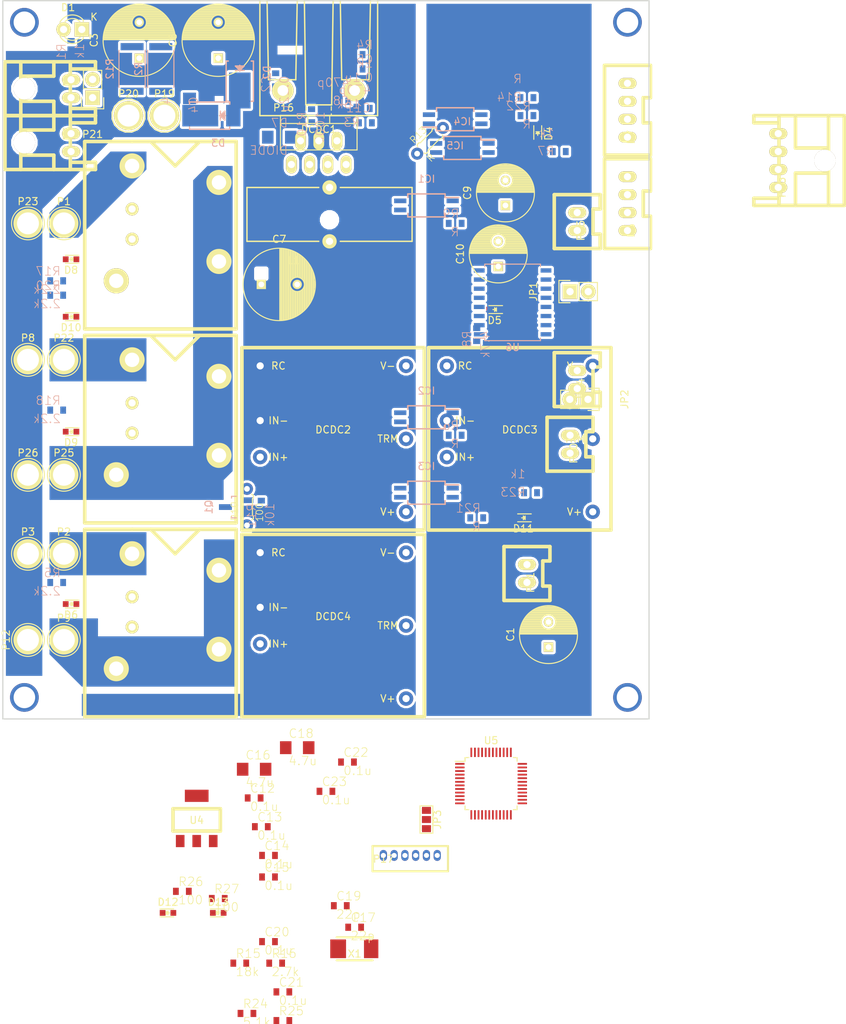
<source format=kicad_pcb>
(kicad_pcb (version 4) (host pcbnew 4.0.5)
  (layers (0 F.Cu signal) (31 B.Cu signal) (34 B.Paste user) (35 F.Paste user) (36 B.SilkS user) (37 F.SilkS user) (38 B.Mask user) (39 F.Mask user) (44 Edge.Cuts user))
  (net 0 "")
  (net 1 GNDPWR)
  (net 2 +BATT)
  (net 3 "Net-(C3-Pad1)")
  (net 4 "Net-(C5-Pad2)")
  (net 5 /5V)
  (net 6 "Net-(D1-Pad2)")
  (net 7 "Net-(D4-Pad2)")
  (net 8 "Net-(D5-Pad2)")
  (net 9 "Net-(IC2-Pad1)")
  (net 10 "Net-(D3-Pad1)")
  (net 11 "Net-(D8-Pad1)")
  (net 12 "Net-(D8-Pad2)")
  (net 13 "Net-(D9-Pad2)")
  (net 14 "Net-(P20-Pad1)")
  (net 15 /15V)
  (net 16 "Net-(IC1-Pad1)")
  (net 17 "Net-(IC1-Pad3)")
  (net 18 "Net-(Q1-PadG)")
  (net 19 "Net-(D10-Pad1)")
  (net 20 "Net-(D10-Pad2)")
  (net 21 "Net-(D11-Pad2)")
  (net 22 "Net-(IC3-Pad1)")
  (net 23 "Net-(IC4-Pad1)")
  (net 24 /POWER_EN_HIGH)
  (net 25 /POWER_EN_LOW)
  (net 26 "Net-(IC1-Pad4)")
  (net 27 /12V_RasPi)
  (net 28 /12V_CAN)
  (net 29 "Net-(D6-Pad1)")
  (net 30 "Net-(D6-Pad2)")
  (net 31 "Net-(P9-Pad1)")
  (net 32 "Net-(IC5-Pad4)")
  (net 33 "Net-(IC2-Pad3)")
  (net 34 "Net-(IC3-Pad3)")
  (net 35 "Net-(P13-Pad3)")
  (net 36 "Net-(C2-Pad1)")
  (net 37 "Net-(C2-Pad2)")
  (net 38 "Net-(C8-Pad1)")
  (net 39 "Net-(C11-Pad1)")
  (net 40 "Net-(DCDC1-Pad6)")
  (net 41 "Net-(IC5-Pad1)")
  (net 42 "Net-(P21-Pad1)")
  (net 43 "Net-(JP1-Pad2)")
  (net 44 "Net-(JP2-Pad2)")
  (net 45 "Net-(P16-Pad1)")
  (net 46 GND)
  (net 47 /3.3V)
  (net 48 "Net-(C17-Pad1)")
  (net 49 "Net-(C19-Pad1)")
  (net 50 /VBATT)
  (net 51 /V15V)
  (net 52 "Net-(D12-Pad2)")
  (net 53 "Net-(D13-Pad2)")
  (net 54 /LED)
  (net 55 /CAN_H)
  (net 56 /CAN_L)
  (net 57 /NRST)
  (net 58 "Net-(JP3-Pad2)")
  (net 59 /SWDCK)
  (net 60 /SWDIO)
  (net 61 /USART1_TX)
  (net 62 /USART1_RX)
  (net 63 /CAN_VSENSE)
  (net 64 /CAN_RX)
  (net 65 /CAN_TX)
  (module Relays_ThroughHole:V23076-A3001-D142 (layer F.Cu) (at 18 50 90)
    (fp_text reference U1 (at 0 0.5 90) (layer F.SilkS))
    (fp_text value V23076-D3001-D142)
    (pad 5 thru_hole circle (at 0 0 90) (size 3.5 3.5) (drill 2) (layers *.Cu *.Mask F.SilkS) (net 19 "Net-(D10-Pad1)"))
    (pad 2 thru_hole circle (at -10.2 0 90) (size 1.8 1.8) (drill 1) (layers *.Cu *.Mask F.SilkS) (net 24 /POWER_EN_HIGH))
    (pad 1 thru_hole circle (at -6 0 90) (size 1.8 1.8) (drill 1) (layers *.Cu *.Mask F.SilkS) (net 25 /POWER_EN_LOW))
    (pad 4 thru_hole circle (at -16 -2.2 90) (size 3.5 3.5) (drill 2) (layers *.Cu *.Mask F.SilkS) (net 2 +BATT))
    (pad 4 thru_hole circle (at -2.3 12.1 90) (size 3.5 3.5) (drill 2) (layers *.Cu *.Mask F.SilkS) (net 2 +BATT))
    (pad 4 thru_hole circle (at -13.3 12.1 90) (size 3.5 3.5) (drill 2) (layers *.Cu *.Mask F.SilkS) (net 2 +BATT))
  )
  (module Relays_ThroughHole:V23076-A3001-D142 (layer F.Cu) (at 18 23 90)
    (fp_text reference U3 (at 0 0.5 90) (layer F.SilkS))
    (fp_text value V23076-D3001-D142)
    (pad 5 thru_hole circle (at 0 0 90) (size 3.5 3.5) (drill 2) (layers *.Cu *.Mask F.SilkS) (net 11 "Net-(D8-Pad1)"))
    (pad 2 thru_hole circle (at -10.2 0 90) (size 1.8 1.8) (drill 1) (layers *.Cu *.Mask F.SilkS) (net 24 /POWER_EN_HIGH))
    (pad 1 thru_hole circle (at -6 0 90) (size 1.8 1.8) (drill 1) (layers *.Cu *.Mask F.SilkS) (net 25 /POWER_EN_LOW))
    (pad 4 thru_hole circle (at -16 -2.2 90) (size 3.5 3.5) (drill 2) (layers *.Cu *.Mask F.SilkS) (net 2 +BATT))
    (pad 4 thru_hole circle (at -2.3 12.1 90) (size 3.5 3.5) (drill 2) (layers *.Cu *.Mask F.SilkS) (net 2 +BATT))
    (pad 4 thru_hole circle (at -13.3 12.1 90) (size 3.5 3.5) (drill 2) (layers *.Cu *.Mask F.SilkS) (net 2 +BATT))
  )
  (module RP_KiCAD_Connector:XA_2LC (layer F.Cu) (at 9.5 11 270)
    (fp_text reference P4 (at 0 0.5 270) (layer F.SilkS))
    (fp_text value CONN_01X02)
    (pad 1 thru_hole oval (at 0 0 270) (size 1.5 2.5) (drill 1) (layers *.Cu *.Mask F.SilkS) (net 15 /15V))
    (pad 2 thru_hole oval (at 2.5 0 270) (size 1.5 2.5) (drill 1) (layers *.Cu *.Mask F.SilkS) (net 42 "Net-(P21-Pad1)"))
    (pad "" thru_hole circle (at 1.25 6.5 270) (size 3 3) (drill 3) (layers *.Cu *.Mask F.SilkS) (clearance -0.3))
  )
  (module RP_KiCAD_Libs:C3216 (layer B.Cu) (at 26 12 90)
    (fp_text reference C4 (at -1.27 1.27 90) (layer B.SilkS) (effects (font (size 1.2065 1.2065) (thickness 0.1016)) (justify left bottom mirror)))
    (fp_text value 4.7u (at -1.27 -2.54 90) (layer B.SilkS) (effects (font (size 1.2065 1.2065) (thickness 0.1016)) (justify left bottom mirror)))
    (pad 1 smd rect (at -1.6 0 90) (size 1.6 1.8) (layers B.Cu B.Paste B.Mask) (net 3 "Net-(C3-Pad1)"))
    (pad 2 smd rect (at 1.6 0 90) (size 1.6 1.8) (layers B.Cu B.Paste B.Mask) (net 1 GNDPWR))
  )
  (module RP_KiCAD_Libs:C1608_WP (layer B.Cu) (at 51 9.5 180)
    (fp_text reference C5 (at -0.635 0.635 180) (layer B.SilkS) (effects (font (size 1.2065 1.2065) (thickness 0.1016)) (justify left bottom mirror)))
    (fp_text value 0.1u (at -0.635 -1.905 180) (layer B.SilkS) (effects (font (size 1.2065 1.2065) (thickness 0.1016)) (justify left bottom mirror)))
    (pad 1 smd rect (at -0.9 0 180) (size 0.8 1) (layers B.Cu B.Paste B.Mask) (net 1 GNDPWR))
    (pad 2 smd rect (at 0.9 0 180) (size 0.8 1) (layers B.Cu B.Paste B.Mask) (net 4 "Net-(C5-Pad2)"))
  )
  (module Capacitors_ThroughHole:C_Radial_D10_L20_P5 (layer F.Cu) (at 36 39.5)
    (fp_text reference C7 (at 2.5 -6.3) (layer F.SilkS))
    (fp_text value 1000u)
    (pad 1 thru_hole rect (at 0 0) (size 1.3 1.3) (drill 0.8) (layers *.Cu *.Mask F.SilkS) (net 15 /15V))
    (pad 2 thru_hole circle (at 5 0) (size 1.3 1.3) (drill 0.8) (layers *.Cu *.Mask F.SilkS) (net 1 GNDPWR))
  )
  (module LEDs:LED-3MM (layer F.Cu) (at 11 4 180)
    (fp_text reference D1 (at 1.91 3.06 180) (layer F.SilkS))
    (fp_text value LED)
    (fp_text user K (at -1.69 1.74 180) (layer F.SilkS))
    (pad 1 thru_hole rect (at 0 0 270) (size 2 2) (drill 1.00076) (layers *.Cu *.Mask F.SilkS) (net 15 /15V))
    (pad 2 thru_hole circle (at 2.54 0 180) (size 2 2) (drill 1.00076) (layers *.Cu *.Mask F.SilkS) (net 6 "Net-(D1-Pad2)"))
  )
  (module Connect:1pin (layer F.Cu) (at 8.5 31)
    (fp_text reference P1 (at 0 -3.048) (layer F.SilkS))
    (fp_text value CONN_01X01)
    (pad 1 thru_hole circle (at 0 0) (size 4.064 4.064) (drill 3.048) (layers *.Cu *.Mask F.SilkS) (net 11 "Net-(D8-Pad1)"))
  )
  (module RP_KiCAD_Connector:XA_2LC (layer F.Cu) (at 9.5 18.5 270)
    (fp_text reference P5 (at 0 0.5 270) (layer F.SilkS))
    (fp_text value CONN_01X02)
    (pad 1 thru_hole oval (at 0 0 270) (size 1.5 2.5) (drill 1) (layers *.Cu *.Mask F.SilkS) (net 42 "Net-(P21-Pad1)"))
    (pad 2 thru_hole oval (at 2.5 0 270) (size 1.5 2.5) (drill 1) (layers *.Cu *.Mask F.SilkS) (net 24 /POWER_EN_HIGH))
    (pad "" thru_hole circle (at 1.25 6.5 270) (size 3 3) (drill 3) (layers *.Cu *.Mask F.SilkS) (clearance -0.3))
  )
  (module Connect:1pin (layer F.Cu) (at 3.5 50)
    (fp_text reference P8 (at 0 -3.048) (layer F.SilkS))
    (fp_text value CONN_01X01)
    (pad 1 thru_hole circle (at 0 0) (size 4.064 4.064) (drill 3.048) (layers *.Cu *.Mask F.SilkS) (net 1 GNDPWR))
  )
  (module Connect:1pin (layer F.Cu) (at 22.5 16)
    (fp_text reference P19 (at 0 -3.048) (layer F.SilkS))
    (fp_text value CONN_01X01)
    (pad 1 thru_hole circle (at 0 0) (size 4.064 4.064) (drill 3.048) (layers *.Cu *.Mask F.SilkS) (net 10 "Net-(D3-Pad1)"))
  )
  (module Connect:1pin (layer F.Cu) (at 17.5 16)
    (fp_text reference P20 (at 0 -3.048) (layer F.SilkS))
    (fp_text value CONN_01X01)
    (pad 1 thru_hole circle (at 0 0) (size 4.064 4.064) (drill 3.048) (layers *.Cu *.Mask F.SilkS) (net 14 "Net-(P20-Pad1)"))
  )
  (module Pin_Headers:Pin_Header_Straight_1x02 (layer F.Cu) (at 12.5 13.5 180)
    (fp_text reference P21 (at 0 -5.1 180) (layer F.SilkS))
    (fp_text value CONN_01X02)
    (pad 1 thru_hole rect (at 0 0 180) (size 2.032 2.032) (drill 1.016) (layers *.Cu *.Mask F.SilkS) (net 42 "Net-(P21-Pad1)"))
    (pad 2 thru_hole oval (at 0 2.54 180) (size 2.032 2.032) (drill 1.016) (layers *.Cu *.Mask F.SilkS) (net 15 /15V))
  )
  (module Connect:1pin (layer F.Cu) (at 8.5 50)
    (fp_text reference P22 (at 0 -3.048) (layer F.SilkS))
    (fp_text value CONN_01X01)
    (pad 1 thru_hole circle (at 0 0) (size 4.064 4.064) (drill 3.048) (layers *.Cu *.Mask F.SilkS) (net 19 "Net-(D10-Pad1)"))
  )
  (module Connect:1pin (layer F.Cu) (at 3.5 31)
    (fp_text reference P23 (at 0 -3.048) (layer F.SilkS))
    (fp_text value CONN_01X01)
    (pad 1 thru_hole circle (at 0 0) (size 4.064 4.064) (drill 3.048) (layers *.Cu *.Mask F.SilkS) (net 1 GNDPWR))
  )
  (module Connect:1pin (layer F.Cu) (at 8.5 66)
    (fp_text reference P25 (at 0 -3.048) (layer F.SilkS))
    (fp_text value CONN_01X01)
    (pad 1 thru_hole circle (at 0 0) (size 4.064 4.064) (drill 3.048) (layers *.Cu *.Mask F.SilkS) (net 2 +BATT))
  )
  (module Connect:1pin (layer F.Cu) (at 3.5 66)
    (fp_text reference P26 (at 0 -3.048) (layer F.SilkS))
    (fp_text value CONN_01X01)
    (pad 1 thru_hole circle (at 0 0) (size 4.064 4.064) (drill 3.048) (layers *.Cu *.Mask F.SilkS) (net 1 GNDPWR))
  )
  (module RP_KiCAD_Libs:C1608_WP (layer B.Cu) (at 9.5 6.5 270)
    (fp_text reference R1 (at -0.635 0.635 270) (layer B.SilkS) (effects (font (size 1.2065 1.2065) (thickness 0.1016)) (justify left bottom mirror)))
    (fp_text value 1k (at -0.635 -1.905 270) (layer B.SilkS) (effects (font (size 1.2065 1.2065) (thickness 0.1016)) (justify left bottom mirror)))
    (pad 1 smd rect (at -0.9 0 270) (size 0.8 1) (layers B.Cu B.Paste B.Mask) (net 6 "Net-(D1-Pad2)"))
    (pad 2 smd rect (at 0.9 0 270) (size 0.8 1) (layers B.Cu B.Paste B.Mask) (net 1 GNDPWR))
  )
  (module Resistors_SMD:R_2512 (layer B.Cu) (at 22 9.5 270)
    (fp_text reference R2 (at 0 3.1 270) (layer B.SilkS) (effects (justify mirror)))
    (fp_text value 8.2)
    (pad 1 smd rect (at -3.1 0 270) (size 1 3.2) (layers B.Cu B.Paste B.Mask) (net 3 "Net-(C3-Pad1)"))
    (pad 2 smd rect (at 3.1 0 270) (size 1 3.2) (layers B.Cu B.Paste B.Mask) (net 14 "Net-(P20-Pad1)"))
  )
  (module RP_KiCAD_Libs:C1608_WP (layer B.Cu) (at 63 60.5 180)
    (fp_text reference R6 (at -0.635 0.635 180) (layer B.SilkS) (effects (font (size 1.2065 1.2065) (thickness 0.1016)) (justify left bottom mirror)))
    (fp_text value R (at -0.635 -1.905 180) (layer B.SilkS) (effects (font (size 1.2065 1.2065) (thickness 0.1016)) (justify left bottom mirror)))
    (pad 1 smd rect (at -0.9 0 180) (size 0.8 1) (layers B.Cu B.Paste B.Mask) (net 28 /12V_CAN))
    (pad 2 smd rect (at 0.9 0 180) (size 0.8 1) (layers B.Cu B.Paste B.Mask) (net 9 "Net-(IC2-Pad1)"))
  )
  (module RP_KiCAD_Libs:C1608_WP (layer B.Cu) (at 77.5 21)
    (fp_text reference R7 (at -0.635 0.635) (layer B.SilkS) (effects (font (size 1.2065 1.2065) (thickness 0.1016)) (justify left bottom mirror)))
    (fp_text value 1k (at -0.635 -1.905) (layer B.SilkS) (effects (font (size 1.2065 1.2065) (thickness 0.1016)) (justify left bottom mirror)))
    (pad 1 smd rect (at -0.9 0) (size 0.8 1) (layers B.Cu B.Paste B.Mask) (net 7 "Net-(D4-Pad2)"))
    (pad 2 smd rect (at 0.9 0) (size 0.8 1) (layers B.Cu B.Paste B.Mask) (net 46 GND))
  )
  (module RP_KiCAD_Libs:C1608_WP (layer B.Cu) (at 66 46.5 270)
    (fp_text reference R8 (at -0.635 0.635 270) (layer B.SilkS) (effects (font (size 1.2065 1.2065) (thickness 0.1016)) (justify left bottom mirror)))
    (fp_text value 4.7k (at -0.635 -1.905 270) (layer B.SilkS) (effects (font (size 1.2065 1.2065) (thickness 0.1016)) (justify left bottom mirror)))
    (pad 1 smd rect (at -0.9 0 270) (size 0.8 1) (layers B.Cu B.Paste B.Mask) (net 8 "Net-(D5-Pad2)"))
    (pad 2 smd rect (at 0.9 0 270) (size 0.8 1) (layers B.Cu B.Paste B.Mask) (net 46 GND))
  )
  (module RP_KiCAD_Libs:C1608_WP (layer B.Cu) (at 63 31 180)
    (fp_text reference R9 (at -0.635 0.635 180) (layer B.SilkS) (effects (font (size 1.2065 1.2065) (thickness 0.1016)) (justify left bottom mirror)))
    (fp_text value R (at -0.635 -1.905 180) (layer B.SilkS) (effects (font (size 1.2065 1.2065) (thickness 0.1016)) (justify left bottom mirror)))
    (pad 1 smd rect (at -0.9 0 180) (size 0.8 1) (layers B.Cu B.Paste B.Mask) (net 5 /5V))
    (pad 2 smd rect (at 0.9 0 180) (size 0.8 1) (layers B.Cu B.Paste B.Mask) (net 16 "Net-(IC1-Pad1)"))
  )
  (module RP_KiCAD_Libs:C1608_WP (layer B.Cu) (at 36 70.5 270)
    (fp_text reference R11 (at -0.635 0.635 270) (layer B.SilkS) (effects (font (size 1.2065 1.2065) (thickness 0.1016)) (justify left bottom mirror)))
    (fp_text value 10k (at -0.635 -1.905 270) (layer B.SilkS) (effects (font (size 1.2065 1.2065) (thickness 0.1016)) (justify left bottom mirror)))
    (pad 1 smd rect (at -0.9 0 270) (size 0.8 1) (layers B.Cu B.Paste B.Mask) (net 18 "Net-(Q1-PadG)"))
    (pad 2 smd rect (at 0.9 0 270) (size 0.8 1) (layers B.Cu B.Paste B.Mask) (net 1 GNDPWR))
  )
  (module Resistors_SMD:R_2512 (layer B.Cu) (at 18 9.5 270)
    (fp_text reference R12 (at 0 3.1 270) (layer B.SilkS) (effects (justify mirror)))
    (fp_text value 8.2)
    (pad 1 smd rect (at -3.1 0 270) (size 1 3.2) (layers B.Cu B.Paste B.Mask) (net 3 "Net-(C3-Pad1)"))
    (pad 2 smd rect (at 3.1 0 270) (size 1 3.2) (layers B.Cu B.Paste B.Mask) (net 14 "Net-(P20-Pad1)"))
  )
  (module RP_KiCAD_Libs:C1608_WP (layer B.Cu) (at 7.5 39 180)
    (fp_text reference R17 (at -0.635 0.635 180) (layer B.SilkS) (effects (font (size 1.2065 1.2065) (thickness 0.1016)) (justify left bottom mirror)))
    (fp_text value 2.2k (at -0.635 -1.905 180) (layer B.SilkS) (effects (font (size 1.2065 1.2065) (thickness 0.1016)) (justify left bottom mirror)))
    (pad 1 smd rect (at -0.9 0 180) (size 0.8 1) (layers B.Cu B.Paste B.Mask) (net 12 "Net-(D8-Pad2)"))
    (pad 2 smd rect (at 0.9 0 180) (size 0.8 1) (layers B.Cu B.Paste B.Mask) (net 1 GNDPWR))
  )
  (module RP_KiCAD_Libs:C1608_WP (layer B.Cu) (at 7.5 57 180)
    (fp_text reference R18 (at -0.635 0.635 180) (layer B.SilkS) (effects (font (size 1.2065 1.2065) (thickness 0.1016)) (justify left bottom mirror)))
    (fp_text value 2.2k (at -0.635 -1.905 180) (layer B.SilkS) (effects (font (size 1.2065 1.2065) (thickness 0.1016)) (justify left bottom mirror)))
    (pad 1 smd rect (at -0.9 0 180) (size 0.8 1) (layers B.Cu B.Paste B.Mask) (net 13 "Net-(D9-Pad2)"))
    (pad 2 smd rect (at 0.9 0 180) (size 0.8 1) (layers B.Cu B.Paste B.Mask) (net 1 GNDPWR))
  )
  (module RP_KiCAD_Libs:C1608_WP (layer B.Cu) (at 7.5 41 180)
    (fp_text reference R20 (at -0.635 0.635 180) (layer B.SilkS) (effects (font (size 1.2065 1.2065) (thickness 0.1016)) (justify left bottom mirror)))
    (fp_text value 2.2k (at -0.635 -1.905 180) (layer B.SilkS) (effects (font (size 1.2065 1.2065) (thickness 0.1016)) (justify left bottom mirror)))
    (pad 1 smd rect (at -0.9 0 180) (size 0.8 1) (layers B.Cu B.Paste B.Mask) (net 20 "Net-(D10-Pad2)"))
    (pad 2 smd rect (at 0.9 0 180) (size 0.8 1) (layers B.Cu B.Paste B.Mask) (net 1 GNDPWR))
  )
  (module RP_KiCAD_Libs:C1608_WP (layer B.Cu) (at 66 72 180)
    (fp_text reference R21 (at -0.635 0.635 180) (layer B.SilkS) (effects (font (size 1.2065 1.2065) (thickness 0.1016)) (justify left bottom mirror)))
    (fp_text value R (at -0.635 -1.905 180) (layer B.SilkS) (effects (font (size 1.2065 1.2065) (thickness 0.1016)) (justify left bottom mirror)))
    (pad 1 smd rect (at -0.9 0 180) (size 0.8 1) (layers B.Cu B.Paste B.Mask) (net 27 /12V_RasPi))
    (pad 2 smd rect (at 0.9 0 180) (size 0.8 1) (layers B.Cu B.Paste B.Mask) (net 22 "Net-(IC3-Pad1)"))
  )
  (module RP_KiCAD_Libs:C1608_WP (layer B.Cu) (at 73 16 180)
    (fp_text reference R22 (at -0.635 0.635 180) (layer B.SilkS) (effects (font (size 1.2065 1.2065) (thickness 0.1016)) (justify left bottom mirror)))
    (fp_text value R (at -0.635 -1.905 180) (layer B.SilkS) (effects (font (size 1.2065 1.2065) (thickness 0.1016)) (justify left bottom mirror)))
    (pad 1 smd rect (at -0.9 0 180) (size 0.8 1) (layers B.Cu B.Paste B.Mask) (net 35 "Net-(P13-Pad3)"))
    (pad 2 smd rect (at 0.9 0 180) (size 0.8 1) (layers B.Cu B.Paste B.Mask) (net 23 "Net-(IC4-Pad1)"))
  )
  (module RP_KiCAD_Libs:C1608_WP (layer B.Cu) (at 73.5 68.5)
    (fp_text reference R23 (at -0.635 0.635) (layer B.SilkS) (effects (font (size 1.2065 1.2065) (thickness 0.1016)) (justify left bottom mirror)))
    (fp_text value 1k (at -0.635 -1.905) (layer B.SilkS) (effects (font (size 1.2065 1.2065) (thickness 0.1016)) (justify left bottom mirror)))
    (pad 1 smd rect (at -0.9 0) (size 0.8 1) (layers B.Cu B.Paste B.Mask) (net 21 "Net-(D11-Pad2)"))
    (pad 2 smd rect (at 0.9 0) (size 0.8 1) (layers B.Cu B.Paste B.Mask) (net 46 GND))
  )
  (module Capacitors_ThroughHole:C_Radial_D8_L11.5_P3.5 (layer F.Cu) (at 76 90 90)
    (fp_text reference C1 (at 1.75 -5.3 90) (layer F.SilkS))
    (fp_text value 1000u)
    (pad 2 thru_hole circle (at 3.5 0 90) (size 1.3 1.3) (drill 0.8) (layers *.Cu *.Mask F.SilkS) (net 46 GND))
    (pad 1 thru_hole rect (at 0 0 90) (size 1.3 1.3) (drill 0.8) (layers *.Cu *.Mask F.SilkS) (net 27 /12V_RasPi))
  )
  (module Capacitors_ThroughHole:C_Radial_D8_L11.5_P3.5 (layer F.Cu) (at 70 28.5 90)
    (fp_text reference C9 (at 1.75 -5.3 90) (layer F.SilkS))
    (fp_text value 1000u)
    (pad 2 thru_hole circle (at 3.5 0 90) (size 1.3 1.3) (drill 0.8) (layers *.Cu *.Mask F.SilkS) (net 46 GND))
    (pad 1 thru_hole rect (at 0 0 90) (size 1.3 1.3) (drill 0.8) (layers *.Cu *.Mask F.SilkS) (net 5 /5V))
  )
  (module Capacitors_ThroughHole:C_Radial_D8_L11.5_P3.5 (layer F.Cu) (at 69 37 90)
    (fp_text reference C10 (at 1.75 -5.3 90) (layer F.SilkS))
    (fp_text value 1000u)
    (pad 2 thru_hole circle (at 3.5 0 90) (size 1.3 1.3) (drill 0.8) (layers *.Cu *.Mask F.SilkS) (net 46 GND))
    (pad 1 thru_hole rect (at 0 0 90) (size 1.3 1.3) (drill 0.8) (layers *.Cu *.Mask F.SilkS) (net 28 /12V_CAN))
  )
  (module Capacitors_ThroughHole:C_Radial_D10_L20_P5 (layer F.Cu) (at 19 8 90)
    (fp_text reference C3 (at 2.5 -6.3 90) (layer F.SilkS))
    (fp_text value 1000u)
    (pad 1 thru_hole rect (at 0 0 90) (size 1.3 1.3) (drill 0.8) (layers *.Cu *.Mask F.SilkS) (net 3 "Net-(C3-Pad1)"))
    (pad 2 thru_hole circle (at 5 0 90) (size 1.3 1.3) (drill 0.8) (layers *.Cu *.Mask F.SilkS) (net 1 GNDPWR))
  )
  (module Capacitors_ThroughHole:C_Radial_D10_L20_P5 (layer F.Cu) (at 30 8 90)
    (fp_text reference C6 (at 2.5 -6.3 90) (layer F.SilkS))
    (fp_text value 1000u)
    (pad 1 thru_hole rect (at 0 0 90) (size 1.3 1.3) (drill 0.8) (layers *.Cu *.Mask F.SilkS) (net 3 "Net-(C3-Pad1)"))
    (pad 2 thru_hole circle (at 5 0 90) (size 1.3 1.3) (drill 0.8) (layers *.Cu *.Mask F.SilkS) (net 1 GNDPWR))
  )
  (module RP_KiCAD_Connector:XA_4T (layer F.Cu) (at 87 32 90)
    (fp_text reference P6 (at 0 0.5 90) (layer F.SilkS))
    (fp_text value CONN_01X04)
    (pad 4 thru_hole oval (at 0 0 90) (size 1.5 2.5) (drill 1) (layers *.Cu *.Mask F.SilkS) (net 56 /CAN_L))
    (pad 3 thru_hole oval (at 2.5 0 90) (size 1.5 2.5) (drill 1) (layers *.Cu *.Mask F.SilkS) (net 55 /CAN_H))
    (pad 2 thru_hole oval (at 5 0 90) (size 1.5 2.5) (drill 1) (layers *.Cu *.Mask F.SilkS) (net 28 /12V_CAN))
    (pad 1 thru_hole oval (at 7.5 0 90) (size 1.5 2.5) (drill 1) (layers *.Cu *.Mask F.SilkS) (net 46 GND))
  )
  (module RP_KiCAD_Connector:XA_4T (layer F.Cu) (at 87 19 90)
    (fp_text reference P7 (at 0 0.5 90) (layer F.SilkS))
    (fp_text value CONN_01X04)
    (pad 4 thru_hole oval (at 0 0 90) (size 1.5 2.5) (drill 1) (layers *.Cu *.Mask F.SilkS) (net 44 "Net-(JP2-Pad2)"))
    (pad 3 thru_hole oval (at 2.5 0 90) (size 1.5 2.5) (drill 1) (layers *.Cu *.Mask F.SilkS) (net 43 "Net-(JP1-Pad2)"))
    (pad 2 thru_hole oval (at 5 0 90) (size 1.5 2.5) (drill 1) (layers *.Cu *.Mask F.SilkS) (net 28 /12V_CAN))
    (pad 1 thru_hole oval (at 7.5 0 90) (size 1.5 2.5) (drill 1) (layers *.Cu *.Mask F.SilkS) (net 46 GND))
  )
  (module RP_KiCAD_Connector:XA_2T (layer F.Cu) (at 79 63 90)
    (fp_text reference P10 (at 0 0.5 90) (layer F.SilkS))
    (fp_text value CONN_01X02)
    (pad 2 thru_hole oval (at 0 0 90) (size 1.5 2.5) (drill 1) (layers *.Cu *.Mask F.SilkS) (net 5 /5V))
    (pad 1 thru_hole oval (at 2.5 0 90) (size 1.5 2.5) (drill 1) (layers *.Cu *.Mask F.SilkS) (net 46 GND))
  )
  (module RP_KiCAD_Connector:XA_2T (layer F.Cu) (at 73 81 90)
    (fp_text reference P11 (at 0 0.5 90) (layer F.SilkS))
    (fp_text value CONN_01X02)
    (pad 2 thru_hole oval (at 0 0 90) (size 1.5 2.5) (drill 1) (layers *.Cu *.Mask F.SilkS) (net 27 /12V_RasPi))
    (pad 1 thru_hole oval (at 2.5 0 90) (size 1.5 2.5) (drill 1) (layers *.Cu *.Mask F.SilkS) (net 46 GND))
  )
  (module Connect:1pin (layer F.Cu) (at 8.5 77)
    (fp_text reference P2 (at 0 -3.048) (layer F.SilkS))
    (fp_text value CONN_01X01)
    (pad 1 thru_hole circle (at 0 0) (size 4.064 4.064) (drill 3.048) (layers *.Cu *.Mask F.SilkS) (net 29 "Net-(D6-Pad1)"))
  )
  (module Connect:1pin (layer F.Cu) (at 3.5 77)
    (fp_text reference P3 (at 0 -3.048) (layer F.SilkS))
    (fp_text value CONN_01X01)
    (pad 1 thru_hole circle (at 0 0) (size 4.064 4.064) (drill 3.048) (layers *.Cu *.Mask F.SilkS) (net 1 GNDPWR))
  )
  (module Connect:1pin (layer F.Cu) (at 8.5 89)
    (fp_text reference P9 (at 0 -3.048) (layer F.SilkS))
    (fp_text value CONN_01X01)
    (pad 1 thru_hole circle (at 0 0) (size 4.064 4.064) (drill 3.048) (layers *.Cu *.Mask F.SilkS) (net 31 "Net-(P9-Pad1)"))
  )
  (module Connect:1pin (layer F.Cu) (at 3.5 89 90)
    (fp_text reference P12 (at 0 -3.048 90) (layer F.SilkS))
    (fp_text value CONN_01X01)
    (pad 1 thru_hole circle (at 0 0 90) (size 4.064 4.064) (drill 3.048) (layers *.Cu *.Mask F.SilkS) (net 1 GNDPWR))
  )
  (module RP_KiCAD_Libs:C1608_WP (layer B.Cu) (at 7.5 81 180)
    (fp_text reference R5 (at -0.635 0.635 180) (layer B.SilkS) (effects (font (size 1.2065 1.2065) (thickness 0.1016)) (justify left bottom mirror)))
    (fp_text value 2.2k (at -0.635 -1.905 180) (layer B.SilkS) (effects (font (size 1.2065 1.2065) (thickness 0.1016)) (justify left bottom mirror)))
    (pad 1 smd rect (at -0.9 0 180) (size 0.8 1) (layers B.Cu B.Paste B.Mask) (net 30 "Net-(D6-Pad2)"))
    (pad 2 smd rect (at 0.9 0 180) (size 0.8 1) (layers B.Cu B.Paste B.Mask) (net 1 GNDPWR))
  )
  (module Relays_ThroughHole:V23076-A3001-D142 (layer F.Cu) (at 18 77 90)
    (fp_text reference U2 (at 0 0.5 90) (layer F.SilkS))
    (fp_text value V23076-D3001-D142)
    (pad 5 thru_hole circle (at 0 0 90) (size 3.5 3.5) (drill 2) (layers *.Cu *.Mask F.SilkS) (net 29 "Net-(D6-Pad1)"))
    (pad 2 thru_hole circle (at -10.2 0 90) (size 1.8 1.8) (drill 1) (layers *.Cu *.Mask F.SilkS) (net 24 /POWER_EN_HIGH))
    (pad 1 thru_hole circle (at -6 0 90) (size 1.8 1.8) (drill 1) (layers *.Cu *.Mask F.SilkS) (net 25 /POWER_EN_LOW))
    (pad 4 thru_hole circle (at -16 -2.2 90) (size 3.5 3.5) (drill 2) (layers *.Cu *.Mask F.SilkS) (net 31 "Net-(P9-Pad1)"))
    (pad 4 thru_hole circle (at -2.3 12.1 90) (size 3.5 3.5) (drill 2) (layers *.Cu *.Mask F.SilkS) (net 31 "Net-(P9-Pad1)"))
    (pad 4 thru_hole circle (at -13.3 12.1 90) (size 3.5 3.5) (drill 2) (layers *.Cu *.Mask F.SilkS) (net 31 "Net-(P9-Pad1)"))
  )
  (module RP_KiCAD_Connector:XA_4LC (layer F.Cu) (at 108 26 90)
    (fp_text reference P13 (at 0 0.5 90) (layer F.SilkS))
    (fp_text value CONN_01X04)
    (pad 1 thru_hole oval (at 0 0 90) (size 1.5 2.5) (drill 1) (layers *.Cu *.Mask F.SilkS) (net 46 GND))
    (pad 2 thru_hole oval (at 2.5 0 90) (size 1.5 2.5) (drill 1) (layers *.Cu *.Mask F.SilkS) (net 5 /5V))
    (pad 3 thru_hole oval (at 5 0 90) (size 1.5 2.5) (drill 1) (layers *.Cu *.Mask F.SilkS) (net 35 "Net-(P13-Pad3)"))
    (pad 4 thru_hole oval (at 7.5 0 90) (size 1.5 2.5) (drill 1) (layers *.Cu *.Mask F.SilkS) (net 32 "Net-(IC5-Pad4)"))
    (pad "" thru_hole circle (at 3.75 6.5 90) (size 3 3) (drill 3) (layers *.Cu *.Mask F.SilkS) (clearance -0.3))
  )
  (module TO_SOT_Packages_SMD:SOT-23_Handsoldering (layer B.Cu) (at 32.5 70.5 270)
    (fp_text reference Q1 (at 0 3.81 270) (layer B.SilkS) (effects (justify mirror)))
    (fp_text value MOSFET_N)
    (pad G smd rect (at -0.95 -1.50114 270) (size 0.8001 1.80086) (layers B.Cu B.Paste B.Mask) (net 18 "Net-(Q1-PadG)"))
    (pad S smd rect (at 0.95 -1.50114 270) (size 0.8001 1.80086) (layers B.Cu B.Paste B.Mask) (net 1 GNDPWR))
    (pad D smd rect (at 0 1.50114 270) (size 0.8001 1.80086) (layers B.Cu B.Paste B.Mask) (net 25 /POWER_EN_LOW))
  )
  (module RP_KiCAD_Libs:0204_2f5 (layer F.Cu) (at 34 70.5 90)
    (fp_text reference R19 (at -2.0066 -1.1684 90) (layer F.SilkS) (effects (font (size 0.94107 0.94107) (thickness 0.09906)) (justify left bottom)))
    (fp_text value 100 (at -2.1336 2.3114 90) (layer F.SilkS) (effects (font (size 0.94107 0.94107) (thickness 0.09906)) (justify left bottom)))
    (pad 1 thru_hole circle (at -2.54 0 90) (size 1.6764 1.6764) (drill 0.8) (layers *.Cu *.Mask) (net 34 "Net-(IC3-Pad3)"))
    (pad 2 thru_hole circle (at 2.54 0 90) (size 1.6764 1.6764) (drill 0.8) (layers *.Cu *.Mask) (net 18 "Net-(Q1-PadG)"))
  )
  (module Diodes_SMD:POWER_DI5 (layer B.Cu) (at 30 16 180)
    (fp_text reference D3 (at 0 -3.81 180) (layer B.SilkS) (effects (justify mirror)))
    (fp_text value DIODE)
    (pad 2 smd rect (at -2.1 0 180) (size 2 3) (layers B.Cu B.Paste B.Mask) (net 2 +BATT))
    (pad 1 smd rect (at 2.5 0 180) (size 5 3) (layers B.Cu B.Paste B.Mask) (net 10 "Net-(D3-Pad1)"))
  )
  (module RP_KiCAD_Connector:XA_2T (layer F.Cu) (at 80 54 90)
    (fp_text reference P14 (at 0 0.5 90) (layer F.SilkS))
    (fp_text value CONN_01X02)
    (pad 2 thru_hole oval (at 0 0 90) (size 1.5 2.5) (drill 1) (layers *.Cu *.Mask F.SilkS) (net 28 /12V_CAN))
    (pad 1 thru_hole oval (at 2.5 0 90) (size 1.5 2.5) (drill 1) (layers *.Cu *.Mask F.SilkS) (net 46 GND))
  )
  (module RP_KiCAD_Connector:XA_2T (layer F.Cu) (at 80 32 90)
    (fp_text reference P15 (at 0 0.5 90) (layer F.SilkS))
    (fp_text value CONN_01X02)
    (pad 2 thru_hole oval (at 0 0 90) (size 1.5 2.5) (drill 1) (layers *.Cu *.Mask F.SilkS) (net 5 /5V))
    (pad 1 thru_hole oval (at 2.5 0 90) (size 1.5 2.5) (drill 1) (layers *.Cu *.Mask F.SilkS) (net 46 GND))
  )
  (module RP_KiCAD_Libs:C1608_WP (layer B.Cu) (at 50.5 17)
    (fp_text reference R3 (at -0.635 0.635) (layer B.SilkS) (effects (font (size 1.2065 1.2065) (thickness 0.1016)) (justify left bottom mirror)))
    (fp_text value 15k (at -0.635 -1.905) (layer B.SilkS) (effects (font (size 1.2065 1.2065) (thickness 0.1016)) (justify left bottom mirror)))
    (pad 1 smd rect (at -0.9 0) (size 0.8 1) (layers B.Cu B.Paste B.Mask) (net 40 "Net-(DCDC1-Pad6)"))
    (pad 2 smd rect (at 0.9 0) (size 0.8 1) (layers B.Cu B.Paste B.Mask) (net 15 /15V))
  )
  (module RP_KiCAD_Libs:C1608_WP (layer B.Cu) (at 51 7.5 180)
    (fp_text reference R4 (at -0.635 0.635 180) (layer B.SilkS) (effects (font (size 1.2065 1.2065) (thickness 0.1016)) (justify left bottom mirror)))
    (fp_text value 1k (at -0.635 -1.905 180) (layer B.SilkS) (effects (font (size 1.2065 1.2065) (thickness 0.1016)) (justify left bottom mirror)))
    (pad 1 smd rect (at -0.9 0 180) (size 0.8 1) (layers B.Cu B.Paste B.Mask) (net 1 GNDPWR))
    (pad 2 smd rect (at 0.9 0 180) (size 0.8 1) (layers B.Cu B.Paste B.Mask) (net 40 "Net-(DCDC1-Pad6)"))
  )
  (module RP_KiCAD_Libs:C1608_WP (layer B.Cu) (at 38 11 270)
    (fp_text reference C2 (at -0.635 0.635 270) (layer B.SilkS) (effects (font (size 1.2065 1.2065) (thickness 0.1016)) (justify left bottom mirror)))
    (fp_text value 0.22u (at -0.635 -1.905 270) (layer B.SilkS) (effects (font (size 1.2065 1.2065) (thickness 0.1016)) (justify left bottom mirror)))
    (pad 1 smd rect (at -0.9 0 270) (size 0.8 1) (layers B.Cu B.Paste B.Mask) (net 36 "Net-(C2-Pad1)"))
    (pad 2 smd rect (at 0.9 0 270) (size 0.8 1) (layers B.Cu B.Paste B.Mask) (net 37 "Net-(C2-Pad2)"))
  )
  (module RP_KiCAD_Libs:C1608_WP (layer B.Cu) (at 49 14)
    (fp_text reference C8 (at -0.635 0.635) (layer B.SilkS) (effects (font (size 1.2065 1.2065) (thickness 0.1016)) (justify left bottom mirror)))
    (fp_text value 470p (at -0.635 -1.905) (layer B.SilkS) (effects (font (size 1.2065 1.2065) (thickness 0.1016)) (justify left bottom mirror)))
    (pad 1 smd rect (at -0.9 0) (size 0.8 1) (layers B.Cu B.Paste B.Mask) (net 38 "Net-(C8-Pad1)"))
    (pad 2 smd rect (at 0.9 0) (size 0.8 1) (layers B.Cu B.Paste B.Mask) (net 1 GNDPWR))
  )
  (module RP_KiCAD_Libs:C1608_WP (layer B.Cu) (at 52 15)
    (fp_text reference C11 (at -0.635 0.635) (layer B.SilkS) (effects (font (size 1.2065 1.2065) (thickness 0.1016)) (justify left bottom mirror)))
    (fp_text value 470p (at -0.635 -1.905) (layer B.SilkS) (effects (font (size 1.2065 1.2065) (thickness 0.1016)) (justify left bottom mirror)))
    (pad 1 smd rect (at -0.9 0) (size 0.8 1) (layers B.Cu B.Paste B.Mask) (net 39 "Net-(C11-Pad1)"))
    (pad 2 smd rect (at 0.9 0) (size 0.8 1) (layers B.Cu B.Paste B.Mask) (net 1 GNDPWR))
  )
  (module Housings_SOIC:SOIJ-4_5.3x5.3mm_Pitch1.27mm (layer B.Cu) (at 59 28.5 180)
    (fp_text reference IC1 (at 0 3.68 180) (layer B.SilkS) (effects (justify mirror)))
    (fp_text value PC817)
    (pad 1 smd rect (at -3.65 0.635 180) (size 1.7 0.65) (layers B.Cu B.Paste B.Mask) (net 16 "Net-(IC1-Pad1)"))
    (pad 2 smd rect (at -3.65 -0.635 180) (size 1.7 0.65) (layers B.Cu B.Paste B.Mask) (net 46 GND))
    (pad 3 smd rect (at 3.65 -0.635 180) (size 1.7 0.65) (layers B.Cu B.Paste B.Mask) (net 17 "Net-(IC1-Pad3)"))
    (pad 4 smd rect (at 3.65 0.635 180) (size 1.7 0.65) (layers B.Cu B.Paste B.Mask) (net 26 "Net-(IC1-Pad4)"))
  )
  (module Housings_SOIC:SOIJ-4_5.3x5.3mm_Pitch1.27mm (layer B.Cu) (at 59 58 180)
    (fp_text reference IC2 (at 0 3.68 180) (layer B.SilkS) (effects (justify mirror)))
    (fp_text value PC817)
    (pad 1 smd rect (at -3.65 0.635 180) (size 1.7 0.65) (layers B.Cu B.Paste B.Mask) (net 9 "Net-(IC2-Pad1)"))
    (pad 2 smd rect (at -3.65 -0.635 180) (size 1.7 0.65) (layers B.Cu B.Paste B.Mask) (net 46 GND))
    (pad 3 smd rect (at 3.65 -0.635 180) (size 1.7 0.65) (layers B.Cu B.Paste B.Mask) (net 33 "Net-(IC2-Pad3)"))
    (pad 4 smd rect (at 3.65 0.635 180) (size 1.7 0.65) (layers B.Cu B.Paste B.Mask) (net 17 "Net-(IC1-Pad3)"))
  )
  (module Housings_SOIC:SOIJ-4_5.3x5.3mm_Pitch1.27mm (layer B.Cu) (at 59 68.5 180)
    (fp_text reference IC3 (at 0 3.68 180) (layer B.SilkS) (effects (justify mirror)))
    (fp_text value PC817)
    (pad 1 smd rect (at -3.65 0.635 180) (size 1.7 0.65) (layers B.Cu B.Paste B.Mask) (net 22 "Net-(IC3-Pad1)"))
    (pad 2 smd rect (at -3.65 -0.635 180) (size 1.7 0.65) (layers B.Cu B.Paste B.Mask) (net 46 GND))
    (pad 3 smd rect (at 3.65 -0.635 180) (size 1.7 0.65) (layers B.Cu B.Paste B.Mask) (net 34 "Net-(IC3-Pad3)"))
    (pad 4 smd rect (at 3.65 0.635 180) (size 1.7 0.65) (layers B.Cu B.Paste B.Mask) (net 33 "Net-(IC2-Pad3)"))
  )
  (module Housings_SOIC:SOIJ-4_5.3x5.3mm_Pitch1.27mm (layer B.Cu) (at 64 20.5 180)
    (fp_text reference IC4 (at 0 3.68 180) (layer B.SilkS) (effects (justify mirror)))
    (fp_text value PC817)
    (pad 1 smd rect (at -3.65 0.635 180) (size 1.7 0.65) (layers B.Cu B.Paste B.Mask) (net 23 "Net-(IC4-Pad1)"))
    (pad 2 smd rect (at -3.65 -0.635 180) (size 1.7 0.65) (layers B.Cu B.Paste B.Mask) (net 46 GND))
    (pad 3 smd rect (at 3.65 -0.635 180) (size 1.7 0.65) (layers B.Cu B.Paste B.Mask) (net 26 "Net-(IC1-Pad4)"))
    (pad 4 smd rect (at 3.65 0.635 180) (size 1.7 0.65) (layers B.Cu B.Paste B.Mask) (net 15 /15V))
  )
  (module Housings_SOIC:SOIJ-4_5.3x5.3mm_Pitch1.27mm (layer B.Cu) (at 63 16.5)
    (fp_text reference IC5 (at 0 3.68) (layer B.SilkS) (effects (justify mirror)))
    (fp_text value PC817)
    (pad 1 smd rect (at -3.65 0.635) (size 1.7 0.65) (layers B.Cu B.Paste B.Mask) (net 41 "Net-(IC5-Pad1)"))
    (pad 2 smd rect (at -3.65 -0.635) (size 1.7 0.65) (layers B.Cu B.Paste B.Mask) (net 1 GNDPWR))
    (pad 3 smd rect (at 3.65 -0.635) (size 1.7 0.65) (layers B.Cu B.Paste B.Mask) (net 46 GND))
    (pad 4 smd rect (at 3.65 0.635) (size 1.7 0.65) (layers B.Cu B.Paste B.Mask) (net 32 "Net-(IC5-Pad4)"))
  )
  (module RP_KiCAD_Libs:C1608_WP (layer B.Cu) (at 43 16 270)
    (fp_text reference R10 (at -0.635 0.635 270) (layer B.SilkS) (effects (font (size 1.2065 1.2065) (thickness 0.1016)) (justify left bottom mirror)))
    (fp_text value 100k (at -0.635 -1.905 270) (layer B.SilkS) (effects (font (size 1.2065 1.2065) (thickness 0.1016)) (justify left bottom mirror)))
    (pad 1 smd rect (at -0.9 0 270) (size 0.8 1) (layers B.Cu B.Paste B.Mask) (net 38 "Net-(C8-Pad1)"))
    (pad 2 smd rect (at 0.9 0 270) (size 0.8 1) (layers B.Cu B.Paste B.Mask) (net 39 "Net-(C11-Pad1)"))
  )
  (module Diodes_SMD:POWER_DI5 (layer B.Cu) (at 33 10 270)
    (fp_text reference D2 (at 0 -3.81 270) (layer B.SilkS) (effects (justify mirror)))
    (fp_text value DIODE)
    (pad 2 smd rect (at -2.1 0 270) (size 2 3) (layers B.Cu B.Paste B.Mask) (net 1 GNDPWR))
    (pad 1 smd rect (at 2.5 0 270) (size 5 3) (layers B.Cu B.Paste B.Mask) (net 36 "Net-(C2-Pad1)"))
  )
  (module RP_KiCAD_Libs:C1608_WP (layer B.Cu) (at 73 13.5)
    (fp_text reference R14 (at -0.635 0.635) (layer B.SilkS) (effects (font (size 1.2065 1.2065) (thickness 0.1016)) (justify left bottom mirror)))
    (fp_text value R (at -0.635 -1.905) (layer B.SilkS) (effects (font (size 1.2065 1.2065) (thickness 0.1016)) (justify left bottom mirror)))
    (pad 1 smd rect (at -0.9 0) (size 0.8 1) (layers B.Cu B.Paste B.Mask) (net 32 "Net-(IC5-Pad4)"))
    (pad 2 smd rect (at 0.9 0) (size 0.8 1) (layers B.Cu B.Paste B.Mask) (net 5 /5V))
  )
  (module RP_KiCAD_Libs:0204_2f5 (layer F.Cu) (at 59.5 19.5 45)
    (fp_text reference R13 (at -2.0066 -1.1684 45) (layer F.SilkS) (effects (font (size 0.94107 0.94107) (thickness 0.09906)) (justify left bottom)))
    (fp_text value R (at -2.1336 2.311401 45) (layer F.SilkS) (effects (font (size 0.94107 0.94107) (thickness 0.09906)) (justify left bottom)))
    (pad 1 thru_hole circle (at -2.54 0 45) (size 1.6764 1.6764) (drill 0.8) (layers *.Cu *.Mask) (net 24 /POWER_EN_HIGH))
    (pad 2 thru_hole circle (at 2.54 0 45) (size 1.6764 1.6764) (drill 0.8) (layers *.Cu *.Mask) (net 41 "Net-(IC5-Pad1)"))
  )
  (module RP_KiCAD_Libs:C3216 (layer B.Cu) (at 38.5 19 180)
    (fp_text reference D7 (at -1.27 1.27 180) (layer B.SilkS) (effects (font (size 1.2065 1.2065) (thickness 0.1016)) (justify left bottom mirror)))
    (fp_text value DIODE (at -1.27 -2.54 180) (layer B.SilkS) (effects (font (size 1.2065 1.2065) (thickness 0.1016)) (justify left bottom mirror)))
    (pad 1 smd rect (at -1.6 0 180) (size 1.6 1.8) (layers B.Cu B.Paste B.Mask) (net 15 /15V))
    (pad 2 smd rect (at 1.6 0 180) (size 1.6 1.8) (layers B.Cu B.Paste B.Mask) (net 25 /POWER_EN_LOW))
  )
  (module Pin_Headers:Pin_Header_Straight_1x02 (layer F.Cu) (at 79 40.5 90)
    (fp_text reference JP1 (at 0 -5.1 90) (layer F.SilkS))
    (fp_text value JUMPER)
    (pad 1 thru_hole rect (at 0 0 90) (size 2.032 2.032) (drill 1.016) (layers *.Cu *.Mask F.SilkS) (net 55 /CAN_H))
    (pad 2 thru_hole oval (at 0 2.54 90) (size 2.032 2.032) (drill 1.016) (layers *.Cu *.Mask F.SilkS) (net 43 "Net-(JP1-Pad2)"))
  )
  (module Pin_Headers:Pin_Header_Straight_1x02 (layer F.Cu) (at 81.5 55.5 270)
    (fp_text reference JP2 (at 0 -5.1 270) (layer F.SilkS))
    (fp_text value JUMPER)
    (pad 1 thru_hole rect (at 0 0 270) (size 2.032 2.032) (drill 1.016) (layers *.Cu *.Mask F.SilkS) (net 56 /CAN_L))
    (pad 2 thru_hole oval (at 0 2.54 270) (size 2.032 2.032) (drill 1.016) (layers *.Cu *.Mask F.SilkS) (net 44 "Net-(JP2-Pad2)"))
  )
  (module TO_SOT_Packages_THT:TO-220_7_Vertical (layer F.Cu) (at 44 19)
    (fp_text reference DCDC1 (at 0 -1.1) (layer F.SilkS))
    (fp_text value SI-8010Y)
    (pad 4 thru_hole oval (at 0 0.5 90) (size 2.49936 1.50114) (drill 1.00076) (layers *.Cu *.Mask F.SilkS) (net 1 GNDPWR))
    (pad 2 thru_hole oval (at -2.54 0.5 90) (size 2.49936 1.50114) (drill 1.00076) (layers *.Cu *.Mask F.SilkS) (net 36 "Net-(C2-Pad1)"))
    (pad 6 thru_hole oval (at 2.54 0.5 90) (size 2.49936 1.50114) (drill 1.00076) (layers *.Cu *.Mask F.SilkS) (net 40 "Net-(DCDC1-Pad6)"))
    (pad 1 thru_hole oval (at -3.81 3.8 90) (size 2.49936 1.50114) (drill 1.00076) (layers *.Cu *.Mask F.SilkS) (net 37 "Net-(C2-Pad2)"))
    (pad 3 thru_hole oval (at -1.27 3.8 90) (size 2.49936 1.50114) (drill 1.00076) (layers *.Cu *.Mask F.SilkS) (net 3 "Net-(C3-Pad1)"))
    (pad 5 thru_hole oval (at 1.27 3.8 90) (size 2.49936 1.50114) (drill 1.00076) (layers *.Cu *.Mask F.SilkS) (net 38 "Net-(C8-Pad1)"))
    (pad 7 thru_hole oval (at 3.81 3.8 90) (size 2.49936 1.50114) (drill 1.00076) (layers *.Cu *.Mask F.SilkS) (net 4 "Net-(C5-Pad2)"))
  )
  (module Converters_DCDC_ACDC:MGS15 (layer F.Cu) (at 46 61 180)
    (fp_text reference DCDC2 (at 0 1.27 180) (layer F.SilkS))
    (fp_text value MGS15)
    (fp_text user RC (at 7.62 10.16 180) (layer F.SilkS))
    (fp_text user IN- (at 7.62 2.54 180) (layer F.SilkS))
    (fp_text user IN+ (at 7.62 -2.54 180) (layer F.SilkS))
    (fp_text user V- (at -7.62 10.16 180) (layer F.SilkS))
    (fp_text user TRM (at -7.62 0 180) (layer F.SilkS))
    (fp_text user V+ (at -7.62 -10.16 180) (layer F.SilkS))
    (pad 6 thru_hole circle (at 10.16 -2.54 180) (size 2 2) (drill 1) (layers *.Cu *.Mask) (net 15 /15V))
    (pad 5 thru_hole circle (at 10.16 2.54 180) (size 2 2) (drill 1) (layers *.Cu *.Mask) (net 1 GNDPWR))
    (pad 4 thru_hole circle (at 10.16 10.16 180) (size 2 2) (drill 1) (layers *.Cu *.Mask) (net 1 GNDPWR))
    (pad 3 thru_hole circle (at -10.16 10.16 180) (size 2 2) (drill 1) (layers *.Cu *.Mask) (net 46 GND))
    (pad 2 thru_hole circle (at -10.16 0 180) (size 2 2) (drill 1) (layers *.Cu *.Mask))
    (pad 1 thru_hole circle (at -10.16 -10.16 180) (size 2 2) (drill 1) (layers *.Cu *.Mask) (net 5 /5V))
  )
  (module Converters_DCDC_ACDC:MGS15 (layer F.Cu) (at 72 61 180)
    (fp_text reference DCDC3 (at 0 1.27 180) (layer F.SilkS))
    (fp_text value MGS15)
    (fp_text user RC (at 7.62 10.16 180) (layer F.SilkS))
    (fp_text user IN- (at 7.62 2.54 180) (layer F.SilkS))
    (fp_text user IN+ (at 7.62 -2.54 180) (layer F.SilkS))
    (fp_text user V- (at -7.62 10.16 180) (layer F.SilkS))
    (fp_text user TRM (at -7.62 0 180) (layer F.SilkS))
    (fp_text user V+ (at -7.62 -10.16 180) (layer F.SilkS))
    (pad 6 thru_hole circle (at 10.16 -2.54 180) (size 2 2) (drill 1) (layers *.Cu *.Mask) (net 15 /15V))
    (pad 5 thru_hole circle (at 10.16 2.54 180) (size 2 2) (drill 1) (layers *.Cu *.Mask) (net 1 GNDPWR))
    (pad 4 thru_hole circle (at 10.16 10.16 180) (size 2 2) (drill 1) (layers *.Cu *.Mask) (net 1 GNDPWR))
    (pad 3 thru_hole circle (at -10.16 10.16 180) (size 2 2) (drill 1) (layers *.Cu *.Mask) (net 46 GND))
    (pad 2 thru_hole circle (at -10.16 0 180) (size 2 2) (drill 1) (layers *.Cu *.Mask))
    (pad 1 thru_hole circle (at -10.16 -10.16 180) (size 2 2) (drill 1) (layers *.Cu *.Mask) (net 28 /12V_CAN))
  )
  (module Choke_Toroid_ThroughHole:Choke_Toroid_8.5x24mm_Vertical (layer F.Cu) (at 57 26 180)
    (fp_text reference L1 (at 16.51 -10.16 180) (layer F.SilkS))
    (fp_text value "100uH 9A")
    (pad 1 thru_hole circle (at 11.5 0 180) (size 1.99898 1.99898) (drill 1) (layers *.Cu *.Mask F.SilkS) (net 36 "Net-(C2-Pad1)"))
    (pad 2 thru_hole circle (at 11.5 -7.5 180) (size 1.99898 1.99898) (drill 1) (layers *.Cu *.Mask F.SilkS) (net 15 /15V))
  )
  (module Heatsinks:16PB017_16.25.16 (layer F.Cu) (at 44 18)
    (fp_text reference P16 (at -4.9 -3.1) (layer F.SilkS))
    (fp_text value TST)
    (pad 1 thru_hole circle (at -5 -5.5) (size 3 3) (drill 1.5) (layers *.Cu *.Mask F.SilkS) (net 45 "Net-(P16-Pad1)"))
    (pad 1 thru_hole circle (at 5 -5.5) (size 3 3) (drill 1.5) (layers *.Cu *.Mask F.SilkS) (net 45 "Net-(P16-Pad1)"))
  )
  (module RP_KiCAD_Libs:C1608_WP (layer F.Cu) (at 35 111)
    (fp_text reference C12 (at -0.635 -0.635) (layer F.SilkS) (effects (font (size 1.2065 1.2065) (thickness 0.1016)) (justify left bottom)))
    (fp_text value 0.1u (at -0.635 1.905) (layer F.SilkS) (effects (font (size 1.2065 1.2065) (thickness 0.1016)) (justify left bottom)))
    (pad 1 smd rect (at -0.9 0) (size 0.8 1) (layers F.Cu F.Paste F.Mask) (net 47 /3.3V))
    (pad 2 smd rect (at 0.9 0) (size 0.8 1) (layers F.Cu F.Paste F.Mask) (net 1 GNDPWR))
  )
  (module RP_KiCAD_Libs:C1608_WP (layer F.Cu) (at 36 115)
    (fp_text reference C13 (at -0.635 -0.635) (layer F.SilkS) (effects (font (size 1.2065 1.2065) (thickness 0.1016)) (justify left bottom)))
    (fp_text value 0.1u (at -0.635 1.905) (layer F.SilkS) (effects (font (size 1.2065 1.2065) (thickness 0.1016)) (justify left bottom)))
    (pad 1 smd rect (at -0.9 0) (size 0.8 1) (layers F.Cu F.Paste F.Mask) (net 47 /3.3V))
    (pad 2 smd rect (at 0.9 0) (size 0.8 1) (layers F.Cu F.Paste F.Mask) (net 1 GNDPWR))
  )
  (module RP_KiCAD_Libs:C1608_WP (layer F.Cu) (at 37 119)
    (fp_text reference C14 (at -0.635 -0.635) (layer F.SilkS) (effects (font (size 1.2065 1.2065) (thickness 0.1016)) (justify left bottom)))
    (fp_text value 0.1u (at -0.635 1.905) (layer F.SilkS) (effects (font (size 1.2065 1.2065) (thickness 0.1016)) (justify left bottom)))
    (pad 1 smd rect (at -0.9 0) (size 0.8 1) (layers F.Cu F.Paste F.Mask) (net 47 /3.3V))
    (pad 2 smd rect (at 0.9 0) (size 0.8 1) (layers F.Cu F.Paste F.Mask) (net 1 GNDPWR))
  )
  (module RP_KiCAD_Libs:C1608_WP (layer F.Cu) (at 37 122)
    (fp_text reference C15 (at -0.635 -0.635) (layer F.SilkS) (effects (font (size 1.2065 1.2065) (thickness 0.1016)) (justify left bottom)))
    (fp_text value 0.1u (at -0.635 1.905) (layer F.SilkS) (effects (font (size 1.2065 1.2065) (thickness 0.1016)) (justify left bottom)))
    (pad 1 smd rect (at -0.9 0) (size 0.8 1) (layers F.Cu F.Paste F.Mask) (net 47 /3.3V))
    (pad 2 smd rect (at 0.9 0) (size 0.8 1) (layers F.Cu F.Paste F.Mask) (net 1 GNDPWR))
  )
  (module RP_KiCAD_Libs:C3216 (layer F.Cu) (at 35 107)
    (fp_text reference C16 (at -1.27 -1.27) (layer F.SilkS) (effects (font (size 1.2065 1.2065) (thickness 0.1016)) (justify left bottom)))
    (fp_text value 4.7u (at -1.27 2.54) (layer F.SilkS) (effects (font (size 1.2065 1.2065) (thickness 0.1016)) (justify left bottom)))
    (pad 1 smd rect (at -1.6 0) (size 1.6 1.8) (layers F.Cu F.Paste F.Mask) (net 15 /15V))
    (pad 2 smd rect (at 1.6 0) (size 1.6 1.8) (layers F.Cu F.Paste F.Mask) (net 1 GNDPWR))
  )
  (module RP_KiCAD_Libs:C1608_WP (layer F.Cu) (at 49 129)
    (fp_text reference C17 (at -0.635 -0.635) (layer F.SilkS) (effects (font (size 1.2065 1.2065) (thickness 0.1016)) (justify left bottom)))
    (fp_text value 22p (at -0.635 1.905) (layer F.SilkS) (effects (font (size 1.2065 1.2065) (thickness 0.1016)) (justify left bottom)))
    (pad 1 smd rect (at -0.9 0) (size 0.8 1) (layers F.Cu F.Paste F.Mask) (net 48 "Net-(C17-Pad1)"))
    (pad 2 smd rect (at 0.9 0) (size 0.8 1) (layers F.Cu F.Paste F.Mask) (net 1 GNDPWR))
  )
  (module RP_KiCAD_Libs:C3216 (layer F.Cu) (at 41 104)
    (fp_text reference C18 (at -1.27 -1.27) (layer F.SilkS) (effects (font (size 1.2065 1.2065) (thickness 0.1016)) (justify left bottom)))
    (fp_text value 4.7u (at -1.27 2.54) (layer F.SilkS) (effects (font (size 1.2065 1.2065) (thickness 0.1016)) (justify left bottom)))
    (pad 1 smd rect (at -1.6 0) (size 1.6 1.8) (layers F.Cu F.Paste F.Mask) (net 47 /3.3V))
    (pad 2 smd rect (at 1.6 0) (size 1.6 1.8) (layers F.Cu F.Paste F.Mask) (net 1 GNDPWR))
  )
  (module RP_KiCAD_Libs:C1608_WP (layer F.Cu) (at 47 126)
    (fp_text reference C19 (at -0.635 -0.635) (layer F.SilkS) (effects (font (size 1.2065 1.2065) (thickness 0.1016)) (justify left bottom)))
    (fp_text value 22p (at -0.635 1.905) (layer F.SilkS) (effects (font (size 1.2065 1.2065) (thickness 0.1016)) (justify left bottom)))
    (pad 1 smd rect (at -0.9 0) (size 0.8 1) (layers F.Cu F.Paste F.Mask) (net 49 "Net-(C19-Pad1)"))
    (pad 2 smd rect (at 0.9 0) (size 0.8 1) (layers F.Cu F.Paste F.Mask) (net 1 GNDPWR))
  )
  (module RP_KiCAD_Libs:C1608_WP (layer F.Cu) (at 37 131)
    (fp_text reference C20 (at -0.635 -0.635) (layer F.SilkS) (effects (font (size 1.2065 1.2065) (thickness 0.1016)) (justify left bottom)))
    (fp_text value 0.1u (at -0.635 1.905) (layer F.SilkS) (effects (font (size 1.2065 1.2065) (thickness 0.1016)) (justify left bottom)))
    (pad 1 smd rect (at -0.9 0) (size 0.8 1) (layers F.Cu F.Paste F.Mask) (net 50 /VBATT))
    (pad 2 smd rect (at 0.9 0) (size 0.8 1) (layers F.Cu F.Paste F.Mask) (net 1 GNDPWR))
  )
  (module RP_KiCAD_Libs:C1608_WP (layer F.Cu) (at 39 138)
    (fp_text reference C21 (at -0.635 -0.635) (layer F.SilkS) (effects (font (size 1.2065 1.2065) (thickness 0.1016)) (justify left bottom)))
    (fp_text value 0.1u (at -0.635 1.905) (layer F.SilkS) (effects (font (size 1.2065 1.2065) (thickness 0.1016)) (justify left bottom)))
    (pad 1 smd rect (at -0.9 0) (size 0.8 1) (layers F.Cu F.Paste F.Mask) (net 51 /V15V))
    (pad 2 smd rect (at 0.9 0) (size 0.8 1) (layers F.Cu F.Paste F.Mask) (net 1 GNDPWR))
  )
  (module RP_KiCAD_Libs:C1608_WP (layer F.Cu) (at 48 106)
    (fp_text reference C22 (at -0.635 -0.635) (layer F.SilkS) (effects (font (size 1.2065 1.2065) (thickness 0.1016)) (justify left bottom)))
    (fp_text value 0.1u (at -0.635 1.905) (layer F.SilkS) (effects (font (size 1.2065 1.2065) (thickness 0.1016)) (justify left bottom)))
    (pad 1 smd rect (at -0.9 0) (size 0.8 1) (layers F.Cu F.Paste F.Mask) (net 47 /3.3V))
    (pad 2 smd rect (at 0.9 0) (size 0.8 1) (layers F.Cu F.Paste F.Mask) (net 1 GNDPWR))
  )
  (module LEDs:LED_0603 (layer F.Cu) (at 74.5 18.5 270)
    (fp_text reference D4 (at 0 -1.5 270) (layer F.SilkS))
    (fp_text value LED)
    (pad 2 smd rect (at 0.7493 0 90) (size 0.79756 0.79756) (layers F.Cu F.Paste F.Mask) (net 7 "Net-(D4-Pad2)"))
    (pad 1 smd rect (at -0.7493 0 90) (size 0.79756 0.79756) (layers F.Cu F.Paste F.Mask) (net 5 /5V))
  )
  (module LEDs:LED_0603 (layer F.Cu) (at 68.5 43 180)
    (fp_text reference D5 (at 0 -1.5 180) (layer F.SilkS))
    (fp_text value LED)
    (pad 2 smd rect (at 0.7493 0) (size 0.79756 0.79756) (layers F.Cu F.Paste F.Mask) (net 8 "Net-(D5-Pad2)"))
    (pad 1 smd rect (at -0.7493 0) (size 0.79756 0.79756) (layers F.Cu F.Paste F.Mask) (net 28 /12V_CAN))
  )
  (module LEDs:LED_0603 (layer F.Cu) (at 9.5 84 180)
    (fp_text reference D6 (at 0 -1.5 180) (layer F.SilkS))
    (fp_text value LED)
    (pad 2 smd rect (at 0.7493 0) (size 0.79756 0.79756) (layers F.Cu F.Paste F.Mask) (net 30 "Net-(D6-Pad2)"))
    (pad 1 smd rect (at -0.7493 0) (size 0.79756 0.79756) (layers F.Cu F.Paste F.Mask) (net 29 "Net-(D6-Pad1)"))
  )
  (module LEDs:LED_0603 (layer F.Cu) (at 9.5 36 180)
    (fp_text reference D8 (at 0 -1.5 180) (layer F.SilkS))
    (fp_text value LED)
    (pad 2 smd rect (at 0.7493 0) (size 0.79756 0.79756) (layers F.Cu F.Paste F.Mask) (net 12 "Net-(D8-Pad2)"))
    (pad 1 smd rect (at -0.7493 0) (size 0.79756 0.79756) (layers F.Cu F.Paste F.Mask) (net 11 "Net-(D8-Pad1)"))
  )
  (module LEDs:LED_0603 (layer F.Cu) (at 9.5 60 180)
    (fp_text reference D9 (at 0 -1.5 180) (layer F.SilkS))
    (fp_text value LED)
    (pad 2 smd rect (at 0.7493 0) (size 0.79756 0.79756) (layers F.Cu F.Paste F.Mask) (net 13 "Net-(D9-Pad2)"))
    (pad 1 smd rect (at -0.7493 0) (size 0.79756 0.79756) (layers F.Cu F.Paste F.Mask) (net 2 +BATT))
  )
  (module LEDs:LED_0603 (layer F.Cu) (at 9.5 44 180)
    (fp_text reference D10 (at 0 -1.5 180) (layer F.SilkS))
    (fp_text value LED)
    (pad 2 smd rect (at 0.7493 0) (size 0.79756 0.79756) (layers F.Cu F.Paste F.Mask) (net 20 "Net-(D10-Pad2)"))
    (pad 1 smd rect (at -0.7493 0) (size 0.79756 0.79756) (layers F.Cu F.Paste F.Mask) (net 19 "Net-(D10-Pad1)"))
  )
  (module LEDs:LED_0603 (layer F.Cu) (at 72.5 72 180)
    (fp_text reference D11 (at 0 -1.5 180) (layer F.SilkS))
    (fp_text value LED)
    (pad 2 smd rect (at 0.7493 0) (size 0.79756 0.79756) (layers F.Cu F.Paste F.Mask) (net 21 "Net-(D11-Pad2)"))
    (pad 1 smd rect (at -0.7493 0) (size 0.79756 0.79756) (layers F.Cu F.Paste F.Mask) (net 27 /12V_RasPi))
  )
  (module LEDs:LED_0603 (layer F.Cu) (at 23 127)
    (fp_text reference D12 (at 0 -1.5) (layer F.SilkS))
    (fp_text value LED)
    (pad 2 smd rect (at 0.7493 0 180) (size 0.79756 0.79756) (layers F.Cu F.Paste F.Mask) (net 52 "Net-(D12-Pad2)"))
    (pad 1 smd rect (at -0.7493 0 180) (size 0.79756 0.79756) (layers F.Cu F.Paste F.Mask) (net 47 /3.3V))
  )
  (module LEDs:LED_0603 (layer F.Cu) (at 30 127)
    (fp_text reference D13 (at 0 -1.5) (layer F.SilkS))
    (fp_text value LED)
    (pad 2 smd rect (at 0.7493 0 180) (size 0.79756 0.79756) (layers F.Cu F.Paste F.Mask) (net 53 "Net-(D13-Pad2)"))
    (pad 1 smd rect (at -0.7493 0 180) (size 0.79756 0.79756) (layers F.Cu F.Paste F.Mask) (net 54 /LED))
  )
  (module Connect:GS3 (layer F.Cu) (at 59 114)
    (fp_text reference JP3 (at 1.524 0 90) (layer F.SilkS))
    (fp_text value JUMPER3)
    (pad 1 smd rect (at 0 -1.27) (size 1.27 0.9652) (layers F.Cu F.Paste F.Mask) (net 57 /NRST))
    (pad 2 smd rect (at 0 0) (size 1.27 0.9652) (layers F.Cu F.Paste F.Mask) (net 58 "Net-(JP3-Pad2)"))
    (pad 3 smd rect (at 0 1.27) (size 1.27 0.9652) (layers F.Cu F.Paste F.Mask) (net 47 /3.3V))
  )
  (module RP_KiCAD_Connector:ZH_6T (layer F.Cu) (at 53 119)
    (fp_text reference P17 (at 0 0.5) (layer F.SilkS))
    (fp_text value CONN_01X06)
    (pad 1 thru_hole oval (at 0 0) (size 1 1.524) (drill 0.7) (layers *.Cu *.Mask) (net 1 GNDPWR))
    (pad 2 thru_hole oval (at 1.5 0) (size 1 1.524) (drill 0.7) (layers *.Cu *.Mask) (net 58 "Net-(JP3-Pad2)"))
    (pad 3 thru_hole oval (at 3 0) (size 1 1.524) (drill 0.7) (layers *.Cu *.Mask) (net 59 /SWDCK))
    (pad 4 thru_hole oval (at 4.5 0) (size 1 1.524) (drill 0.7) (layers *.Cu *.Mask) (net 60 /SWDIO))
    (pad 5 thru_hole oval (at 6 0) (size 1 1.524) (drill 0.7) (layers *.Cu *.Mask) (net 61 /USART1_TX))
    (pad 6 thru_hole oval (at 7.5 0) (size 1 1.524) (drill 0.7) (layers *.Cu *.Mask) (net 62 /USART1_RX))
  )
  (module RP_KiCAD_Libs:C1608_WP (layer F.Cu) (at 33 134)
    (fp_text reference R15 (at -0.635 -0.635) (layer F.SilkS) (effects (font (size 1.2065 1.2065) (thickness 0.1016)) (justify left bottom)))
    (fp_text value 18k (at -0.635 1.905) (layer F.SilkS) (effects (font (size 1.2065 1.2065) (thickness 0.1016)) (justify left bottom)))
    (pad 1 smd rect (at -0.9 0) (size 0.8 1) (layers F.Cu F.Paste F.Mask) (net 2 +BATT))
    (pad 2 smd rect (at 0.9 0) (size 0.8 1) (layers F.Cu F.Paste F.Mask) (net 50 /VBATT))
  )
  (module RP_KiCAD_Libs:C1608_WP (layer F.Cu) (at 38 134)
    (fp_text reference R16 (at -0.635 -0.635) (layer F.SilkS) (effects (font (size 1.2065 1.2065) (thickness 0.1016)) (justify left bottom)))
    (fp_text value 2.7k (at -0.635 1.905) (layer F.SilkS) (effects (font (size 1.2065 1.2065) (thickness 0.1016)) (justify left bottom)))
    (pad 1 smd rect (at -0.9 0) (size 0.8 1) (layers F.Cu F.Paste F.Mask) (net 50 /VBATT))
    (pad 2 smd rect (at 0.9 0) (size 0.8 1) (layers F.Cu F.Paste F.Mask) (net 1 GNDPWR))
  )
  (module RP_KiCAD_Libs:C1608_WP (layer F.Cu) (at 34 141)
    (fp_text reference R24 (at -0.635 -0.635) (layer F.SilkS) (effects (font (size 1.2065 1.2065) (thickness 0.1016)) (justify left bottom)))
    (fp_text value 5.1k (at -0.635 1.905) (layer F.SilkS) (effects (font (size 1.2065 1.2065) (thickness 0.1016)) (justify left bottom)))
    (pad 1 smd rect (at -0.9 0) (size 0.8 1) (layers F.Cu F.Paste F.Mask) (net 15 /15V))
    (pad 2 smd rect (at 0.9 0) (size 0.8 1) (layers F.Cu F.Paste F.Mask) (net 51 /V15V))
  )
  (module RP_KiCAD_Libs:C1608_WP (layer F.Cu) (at 39 142)
    (fp_text reference R25 (at -0.635 -0.635) (layer F.SilkS) (effects (font (size 1.2065 1.2065) (thickness 0.1016)) (justify left bottom)))
    (fp_text value 1k (at -0.635 1.905) (layer F.SilkS) (effects (font (size 1.2065 1.2065) (thickness 0.1016)) (justify left bottom)))
    (pad 1 smd rect (at -0.9 0) (size 0.8 1) (layers F.Cu F.Paste F.Mask) (net 51 /V15V))
    (pad 2 smd rect (at 0.9 0) (size 0.8 1) (layers F.Cu F.Paste F.Mask) (net 1 GNDPWR))
  )
  (module RP_KiCAD_Libs:C1608_WP (layer F.Cu) (at 25 124)
    (fp_text reference R26 (at -0.635 -0.635) (layer F.SilkS) (effects (font (size 1.2065 1.2065) (thickness 0.1016)) (justify left bottom)))
    (fp_text value 100 (at -0.635 1.905) (layer F.SilkS) (effects (font (size 1.2065 1.2065) (thickness 0.1016)) (justify left bottom)))
    (pad 1 smd rect (at -0.9 0) (size 0.8 1) (layers F.Cu F.Paste F.Mask) (net 52 "Net-(D12-Pad2)"))
    (pad 2 smd rect (at 0.9 0) (size 0.8 1) (layers F.Cu F.Paste F.Mask) (net 1 GNDPWR))
  )
  (module RP_KiCAD_Libs:C1608_WP (layer F.Cu) (at 30 125)
    (fp_text reference R27 (at -0.635 -0.635) (layer F.SilkS) (effects (font (size 1.2065 1.2065) (thickness 0.1016)) (justify left bottom)))
    (fp_text value 100 (at -0.635 1.905) (layer F.SilkS) (effects (font (size 1.2065 1.2065) (thickness 0.1016)) (justify left bottom)))
    (pad 1 smd rect (at -0.9 0) (size 0.8 1) (layers F.Cu F.Paste F.Mask) (net 53 "Net-(D13-Pad2)"))
    (pad 2 smd rect (at 0.9 0) (size 0.8 1) (layers F.Cu F.Paste F.Mask) (net 1 GNDPWR))
  )
  (module TO_SOT_Packages_SMD:SOT-223_reg (layer F.Cu) (at 27 117)
    (fp_text reference U4 (at 0 -2.9) (layer F.SilkS))
    (fp_text value NCP1117ST285T3G)
    (pad 1 smd rect (at -2.3 0) (size 1.2 1.7) (layers F.Cu F.Paste F.Mask) (net 1 GNDPWR))
    (pad 2 smd rect (at 0 0) (size 1.2 1.7) (layers F.Cu F.Paste F.Mask) (net 47 /3.3V))
    (pad 3 smd rect (at 2.3 0) (size 1.2 1.7) (layers F.Cu F.Paste F.Mask) (net 15 /15V))
    (pad 2 smd rect (at 0 -6.3) (size 3.3 1.7) (layers F.Cu F.Paste F.Mask) (net 47 /3.3V))
  )
  (module Housings_SOIC:SOIC-16_7.5x10.3mm_Pitch1.27mm (layer B.Cu) (at 71 42)
    (fp_text reference U6 (at 0 6.25) (layer B.SilkS) (effects (justify mirror)))
    (fp_text value ADM3054)
    (pad 1 smd rect (at -4.65 4.445) (size 1.5 0.6) (layers B.Cu B.Paste B.Mask))
    (pad 2 smd rect (at -4.65 3.175) (size 1.5 0.6) (layers B.Cu B.Paste B.Mask) (net 1 GNDPWR))
    (pad 3 smd rect (at -4.65 1.905) (size 1.5 0.6) (layers B.Cu B.Paste B.Mask) (net 1 GNDPWR))
    (pad 4 smd rect (at -4.65 0.635) (size 1.5 0.6) (layers B.Cu B.Paste B.Mask) (net 63 /CAN_VSENSE))
    (pad 5 smd rect (at -4.65 -0.635) (size 1.5 0.6) (layers B.Cu B.Paste B.Mask) (net 64 /CAN_RX))
    (pad 6 smd rect (at -4.65 -1.905) (size 1.5 0.6) (layers B.Cu B.Paste B.Mask) (net 65 /CAN_TX))
    (pad 7 smd rect (at -4.65 -3.175) (size 1.5 0.6) (layers B.Cu B.Paste B.Mask) (net 47 /3.3V))
    (pad 8 smd rect (at -4.65 -4.445) (size 1.5 0.6) (layers B.Cu B.Paste B.Mask) (net 1 GNDPWR))
    (pad 9 smd rect (at 4.65 -4.445) (size 1.5 0.6) (layers B.Cu B.Paste B.Mask) (net 46 GND))
    (pad 10 smd rect (at 4.65 -3.175) (size 1.5 0.6) (layers B.Cu B.Paste B.Mask))
    (pad 11 smd rect (at 4.65 -1.905) (size 1.5 0.6) (layers B.Cu B.Paste B.Mask) (net 56 /CAN_L))
    (pad 12 smd rect (at 4.65 -0.635) (size 1.5 0.6) (layers B.Cu B.Paste B.Mask) (net 55 /CAN_H))
    (pad 13 smd rect (at 4.65 0.635) (size 1.5 0.6) (layers B.Cu B.Paste B.Mask) (net 5 /5V))
    (pad 14 smd rect (at 4.65 1.905) (size 1.5 0.6) (layers B.Cu B.Paste B.Mask))
    (pad 15 smd rect (at 4.65 3.175) (size 1.5 0.6) (layers B.Cu B.Paste B.Mask))
    (pad 16 smd rect (at 4.65 4.445) (size 1.5 0.6) (layers B.Cu B.Paste B.Mask) (net 46 GND))
  )
  (module Crystals:ABM3_2pads (layer F.Cu) (at 49 132)
    (fp_text reference X1 (at 0 0.7) (layer F.SilkS))
    (fp_text value CRYSTAL)
    (pad 1 smd rect (at -2.3 0) (size 2.2 2.6) (layers F.Cu F.Paste F.Mask) (net 49 "Net-(C19-Pad1)"))
    (pad 2 smd rect (at 2.3 0) (size 2 2.6) (layers F.Cu F.Paste F.Mask) (net 48 "Net-(C17-Pad1)"))
  )
  (module RP_KiCAD_Libs:MGS15 (layer F.Cu) (at 46 87 180)
    (fp_text reference DCDC4 (at 0 1.27 180) (layer F.SilkS))
    (fp_text value MGS15)
    (fp_text user RC (at 7.62 10.16 180) (layer F.SilkS))
    (fp_text user IN- (at 7.62 2.54 180) (layer F.SilkS))
    (fp_text user IN+ (at 7.62 -2.54 180) (layer F.SilkS))
    (fp_text user V- (at -7.62 10.16 180) (layer F.SilkS))
    (fp_text user TRM (at -7.62 0 180) (layer F.SilkS))
    (fp_text user V+ (at -7.62 -10.16 180) (layer F.SilkS))
    (pad 6 thru_hole circle (at 10.16 -2.54 180) (size 2 2) (drill 1) (layers *.Cu *.Mask) (net 15 /15V))
    (pad 5 thru_hole circle (at 10.16 2.54 180) (size 2 2) (drill 1) (layers *.Cu *.Mask) (net 1 GNDPWR))
    (pad 4 thru_hole circle (at 10.16 10.16 180) (size 2 2) (drill 1) (layers *.Cu *.Mask) (net 1 GNDPWR))
    (pad 3 thru_hole circle (at -10.16 10.16 180) (size 2 2) (drill 1) (layers *.Cu *.Mask) (net 46 GND))
    (pad 2 thru_hole circle (at -10.16 0 180) (size 2 2) (drill 1) (layers *.Cu *.Mask))
    (pad 1 thru_hole circle (at -10.16 -10.16 180) (size 2 2) (drill 1) (layers *.Cu *.Mask) (net 27 /12V_RasPi))
  )
  (module RP_KiCAD_Libs:C1608_WP (layer F.Cu) (at 45 110.075001)
    (fp_text reference C23 (at -0.635 -0.635) (layer F.SilkS) (effects (font (size 1.2065 1.2065) (thickness 0.1016)) (justify left bottom)))
    (fp_text value 0.1u (at -0.635 1.905) (layer F.SilkS) (effects (font (size 1.2065 1.2065) (thickness 0.1016)) (justify left bottom)))
    (pad 1 smd rect (at -0.9 0) (size 0.8 1) (layers F.Cu F.Paste F.Mask) (net 5 /5V))
    (pad 2 smd rect (at 0.9 0) (size 0.8 1) (layers F.Cu F.Paste F.Mask) (net 46 GND))
  )
  (module Housings_QFP:LQFP-48_7x7mm_Pitch0.5mm (layer F.Cu) (at 68 109)
    (fp_text reference U5 (at 0 -6) (layer F.SilkS))
    (fp_text value STM32F103_48)
    (pad 1 smd rect (at -4.35 -2.75) (size 1.3 0.25) (layers F.Cu F.Paste F.Mask) (net 47 /3.3V))
    (pad 2 smd rect (at -4.35 -2.25) (size 1.3 0.25) (layers F.Cu F.Paste F.Mask))
    (pad 3 smd rect (at -4.35 -1.75) (size 1.3 0.25) (layers F.Cu F.Paste F.Mask))
    (pad 4 smd rect (at -4.35 -1.25) (size 1.3 0.25) (layers F.Cu F.Paste F.Mask))
    (pad 5 smd rect (at -4.35 -0.75) (size 1.3 0.25) (layers F.Cu F.Paste F.Mask) (net 48 "Net-(C17-Pad1)"))
    (pad 6 smd rect (at -4.35 -0.25) (size 1.3 0.25) (layers F.Cu F.Paste F.Mask) (net 49 "Net-(C19-Pad1)"))
    (pad 7 smd rect (at -4.35 0.25) (size 1.3 0.25) (layers F.Cu F.Paste F.Mask) (net 57 /NRST))
    (pad 8 smd rect (at -4.35 0.75) (size 1.3 0.25) (layers F.Cu F.Paste F.Mask) (net 1 GNDPWR))
    (pad 9 smd rect (at -4.35 1.25) (size 1.3 0.25) (layers F.Cu F.Paste F.Mask) (net 47 /3.3V))
    (pad 10 smd rect (at -4.35 1.75) (size 1.3 0.25) (layers F.Cu F.Paste F.Mask))
    (pad 11 smd rect (at -4.35 2.25) (size 1.3 0.25) (layers F.Cu F.Paste F.Mask))
    (pad 12 smd rect (at -4.35 2.75) (size 1.3 0.25) (layers F.Cu F.Paste F.Mask) (net 50 /VBATT))
    (pad 13 smd rect (at -2.75 4.35 90) (size 1.3 0.25) (layers F.Cu F.Paste F.Mask) (net 51 /V15V))
    (pad 14 smd rect (at -2.25 4.35 90) (size 1.3 0.25) (layers F.Cu F.Paste F.Mask))
    (pad 15 smd rect (at -1.75 4.35 90) (size 1.3 0.25) (layers F.Cu F.Paste F.Mask))
    (pad 16 smd rect (at -1.25 4.35 90) (size 1.3 0.25) (layers F.Cu F.Paste F.Mask))
    (pad 17 smd rect (at -0.75 4.35 90) (size 1.3 0.25) (layers F.Cu F.Paste F.Mask))
    (pad 18 smd rect (at -0.25 4.35 90) (size 1.3 0.25) (layers F.Cu F.Paste F.Mask))
    (pad 19 smd rect (at 0.25 4.35 90) (size 1.3 0.25) (layers F.Cu F.Paste F.Mask))
    (pad 20 smd rect (at 0.75 4.35 90) (size 1.3 0.25) (layers F.Cu F.Paste F.Mask))
    (pad 21 smd rect (at 1.25 4.35 90) (size 1.3 0.25) (layers F.Cu F.Paste F.Mask))
    (pad 22 smd rect (at 1.75 4.35 90) (size 1.3 0.25) (layers F.Cu F.Paste F.Mask))
    (pad 23 smd rect (at 2.25 4.35 90) (size 1.3 0.25) (layers F.Cu F.Paste F.Mask) (net 1 GNDPWR))
    (pad 24 smd rect (at 2.75 4.35 90) (size 1.3 0.25) (layers F.Cu F.Paste F.Mask) (net 47 /3.3V))
    (pad 25 smd rect (at 4.35 2.75) (size 1.3 0.25) (layers F.Cu F.Paste F.Mask))
    (pad 26 smd rect (at 4.35 2.25) (size 1.3 0.25) (layers F.Cu F.Paste F.Mask))
    (pad 27 smd rect (at 4.35 1.75) (size 1.3 0.25) (layers F.Cu F.Paste F.Mask))
    (pad 28 smd rect (at 4.35 1.25) (size 1.3 0.25) (layers F.Cu F.Paste F.Mask) (net 54 /LED))
    (pad 29 smd rect (at 4.35 0.75) (size 1.3 0.25) (layers F.Cu F.Paste F.Mask) (net 63 /CAN_VSENSE))
    (pad 30 smd rect (at 4.35 0.25) (size 1.3 0.25) (layers F.Cu F.Paste F.Mask) (net 61 /USART1_TX))
    (pad 31 smd rect (at 4.35 -0.25) (size 1.3 0.25) (layers F.Cu F.Paste F.Mask) (net 62 /USART1_RX))
    (pad 32 smd rect (at 4.35 -0.75) (size 1.3 0.25) (layers F.Cu F.Paste F.Mask) (net 64 /CAN_RX))
    (pad 33 smd rect (at 4.35 -1.25) (size 1.3 0.25) (layers F.Cu F.Paste F.Mask) (net 65 /CAN_TX))
    (pad 34 smd rect (at 4.35 -1.75) (size 1.3 0.25) (layers F.Cu F.Paste F.Mask) (net 60 /SWDIO))
    (pad 35 smd rect (at 4.35 -2.25) (size 1.3 0.25) (layers F.Cu F.Paste F.Mask) (net 1 GNDPWR))
    (pad 36 smd rect (at 4.35 -2.75) (size 1.3 0.25) (layers F.Cu F.Paste F.Mask) (net 47 /3.3V))
    (pad 37 smd rect (at 2.75 -4.35 90) (size 1.3 0.25) (layers F.Cu F.Paste F.Mask) (net 59 /SWDCK))
    (pad 38 smd rect (at 2.25 -4.35 90) (size 1.3 0.25) (layers F.Cu F.Paste F.Mask))
    (pad 39 smd rect (at 1.75 -4.35 90) (size 1.3 0.25) (layers F.Cu F.Paste F.Mask))
    (pad 40 smd rect (at 1.25 -4.35 90) (size 1.3 0.25) (layers F.Cu F.Paste F.Mask))
    (pad 41 smd rect (at 0.75 -4.35 90) (size 1.3 0.25) (layers F.Cu F.Paste F.Mask))
    (pad 42 smd rect (at 0.25 -4.35 90) (size 1.3 0.25) (layers F.Cu F.Paste F.Mask))
    (pad 43 smd rect (at -0.25 -4.35 90) (size 1.3 0.25) (layers F.Cu F.Paste F.Mask))
    (pad 44 smd rect (at -0.75 -4.35 90) (size 1.3 0.25) (layers F.Cu F.Paste F.Mask))
    (pad 45 smd rect (at -1.25 -4.35 90) (size 1.3 0.25) (layers F.Cu F.Paste F.Mask))
    (pad 46 smd rect (at -1.75 -4.35 90) (size 1.3 0.25) (layers F.Cu F.Paste F.Mask))
    (pad 47 smd rect (at -2.25 -4.35 90) (size 1.3 0.25) (layers F.Cu F.Paste F.Mask) (net 1 GNDPWR))
    (pad 48 smd rect (at -2.75 -4.35 90) (size 1.3 0.25) (layers F.Cu F.Paste F.Mask) (net 47 /3.3V))
  )
  (gr_line (start 0 0) (end 90 0) (angle 90) (layer Edge.Cuts) (width 0.15))
  (gr_line (start 90 100) (end 90 0) (angle 90) (layer Edge.Cuts) (width 0.15))
  (gr_line (start 0 100) (end 90 100) (angle 90) (layer Edge.Cuts) (width 0.15))
  (gr_line (start 0 0) (end 0 100) (angle 90) (layer Edge.Cuts) (width 0.15))
  (via (at 87 3) (size 4) (drill 3) (layers F.Cu B.Cu) (net 0))
  (via (at 87 97) (size 4) (drill 3) (layers F.Cu B.Cu) (net 0))
  (via (at 3 3) (size 4) (drill 3) (layers F.Cu B.Cu) (net 0))
  (via (at 3 97) (size 4) (drill 3) (layers F.Cu B.Cu) (net 0))
  (zone (net 29) (net_name "Net-(D6-Pad1)") (layer B.Cu) (connect_pads yes (clearance 0.4)) (min_thickness 0.026) (fill yes (arc_segments 16) (thermal_gap 0.508) (thermal_bridge_width 0.508))
    (polygon (pts (xy 20 80) (xy 6.5 80) (xy 6.5 74) (xy 20 74)))
  )
  (zone (net 19) (net_name "Net-(D10-Pad1)") (layer B.Cu) (connect_pads yes (clearance 0.4)) (min_thickness 0.026) (fill yes (arc_segments 16) (thermal_gap 0.508) (thermal_bridge_width 0.508))
    (polygon (pts (xy 20 53) (xy 6.5 53) (xy 6.5 47) (xy 20 47)))
  )
  (zone (net 11) (net_name "Net-(D8-Pad1)") (layer B.Cu) (connect_pads yes (clearance 0.4)) (min_thickness 0.026) (fill yes (arc_segments 16) (thermal_gap 0.508) (thermal_bridge_width 0.508))
    (polygon (pts (xy 20 23.5) (xy 10.5 33) (xy 6.5 33) (xy 6.5 29.5) (xy 15 21) (xy 20 21)))
  )
  (zone (net 2) (net_name +BATT) (layer B.Cu) (connect_pads yes (clearance 0.4)) (min_thickness 0.026) (fill yes (arc_segments 16) (thermal_gap 0.508) (thermal_bridge_width 0.508))
    (polygon (pts (xy 30.75 69.5) (xy 6.5 69.5) (xy 6.5 62) (xy 26.5 62) (xy 26.5 25) (xy 28.5 23) (xy 32 23) (xy 32 65.5) (xy 30.75 66.75)))
  )
  (zone (net 31) (net_name "Net-(P9-Pad1)") (layer B.Cu) (connect_pads yes (clearance 0.4)) (min_thickness 0.026) (fill yes (arc_segments 16) (thermal_gap 0.508) (thermal_bridge_width 0.508))
    (polygon (pts (xy 32.5 95.5) (xy 11 95.5) (xy 6.5 91) (xy 6.5 86) (xy 13.25 86) (xy 13.25 88.5) (xy 28 88.5) (xy 28 75) (xy 32.5 75)))
  )
  (zone (net 0) (net_name "") (layer B.Cu) (connect_pads (clearance 0.35)) (min_thickness 0.026) (fill yes (arc_segments 16) (thermal_gap 0.508) (thermal_bridge_width 0.508))
    (polygon (pts (xy 82 100) (xy 59 100) (xy 59 0) (xy 82 0)))
  )
  (zone (net 1) (net_name GNDPWR) (layer B.Cu) (connect_pads yes (clearance 0.35)) (min_thickness 0.026) (fill yes (arc_segments 16) (thermal_gap 0.508) (thermal_bridge_width 0.508))
    (polygon (pts (xy 57.5 0) (xy 57.5 100) (xy 11 100) (xy 11 96.5) (xy 33.5 96.5) (xy 33.5 19) (xy 15.5 19) (xy 5.5 29) (xy 5.5 94) (xy 0 94) (xy 0 7) (xy 9 7) (xy 9 0)))
    (polygon (pts (xy 29.5 13.25) (xy 29.5 16.75) (xy 30.75 16.75) (xy 30.75 13.25)))
    (polygon (pts (xy 38.25 6.25) (xy 38.25 7.5) (xy 41.75 7.5) (xy 41.75 6.25)))
  )
)
</source>
